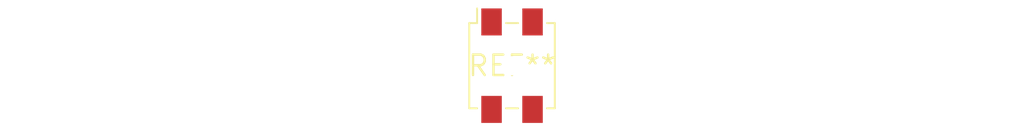
<source format=kicad_pcb>
(kicad_pcb (version 20240108) (generator pcbnew)
  (layers (0 "F.Cu" signal) (31 "B.Cu" signal) (34 "B.Paste" user) (35 "F.Paste" user) (36 "B.SilkS" user "B.Silkscreen") (37 "F.SilkS" user "F.Silkscreen") (38 "B.Mask" user) (39 "F.Mask" user) (44 "Edge.Cuts" user))
  (net 0 "")
  (footprint "Samtec_HLE-102-02-xxx-DV-BE-LC_2x02_P2.54mm_Horizontal" (layer "F.Cu") (at 0 0)
    (property "Reference" "REF**")
    (property "Value" "Samtec_HLE-102-02-xxx-DV-BE-LC_2x02_P2.54mm_Horizontal")
    (fp_line (start -2.65 -2.65) (end -2.65 2.65) (layer "F.SilkS") (stroke (width 0.12)))
    (fp_line (start -2.65 2.65) (end -2.165 2.65) (layer "F.SilkS") (stroke (width 0.12)))
    (fp_line (start -2.165 -3.56) (end -2.165 -2.65) (layer "F.SilkS") (stroke (width 0.12)))
    (fp_line (start -2.165 -2.65) (end -2.65 -2.65) (layer "F.SilkS") (stroke (width 0.12)))
    (fp_line (start -0.375 -2.65) (end 0.375 -2.65) (layer "F.SilkS") (stroke (width 0.12)))
    (fp_line (start -0.375 2.65) (end 0.375 2.65) (layer "F.SilkS") (stroke (width 0.12)))
    (fp_line (start 2.165 -2.65) (end 2.65 -2.65) (layer "F.SilkS") (stroke (width 0.12)))
    (fp_line (start 2.65 -2.65) (end 2.65 2.65) (layer "F.SilkS") (stroke (width 0.12)))
    (fp_line (start 2.65 2.65) (end 2.165 2.65) (layer "F.SilkS") (stroke (width 0.12)))
    (pad "" np_thru_hole circle (at -1.27 -1.27) (size 0.97 0.97) (drill 0.97) (layers *.Cu *.Mask))
    (pad "" np_thru_hole circle (at -1.27 1.27) (size 0.97 0.97) (drill 0.97) (layers *.Cu *.Mask))
    (pad "" np_thru_hole circle (at 0 0) (size 1.19 1.19) (drill 1.19) (layers *.Cu *.Mask))
    (pad "" np_thru_hole circle (at 1.27 -1.27) (size 0.97 0.97) (drill 0.97) (layers *.Cu *.Mask))
    (pad "" np_thru_hole circle (at 1.27 1.27) (size 0.97 0.97) (drill 0.97) (layers *.Cu *.Mask))
    (pad "1" smd rect (at -1.27 -2.72) (size 1.27 1.68) (layers "F.Cu" "F.Paste" "F.Mask"))
    (pad "2" smd rect (at -1.27 2.72) (size 1.27 1.68) (layers "F.Cu" "F.Paste" "F.Mask"))
    (pad "3" smd rect (at 1.27 -2.72) (size 1.27 1.68) (layers "F.Cu" "F.Paste" "F.Mask"))
    (pad "4" smd rect (at 1.27 2.72) (size 1.27 1.68) (layers "F.Cu" "F.Paste" "F.Mask"))
  )
)
</source>
